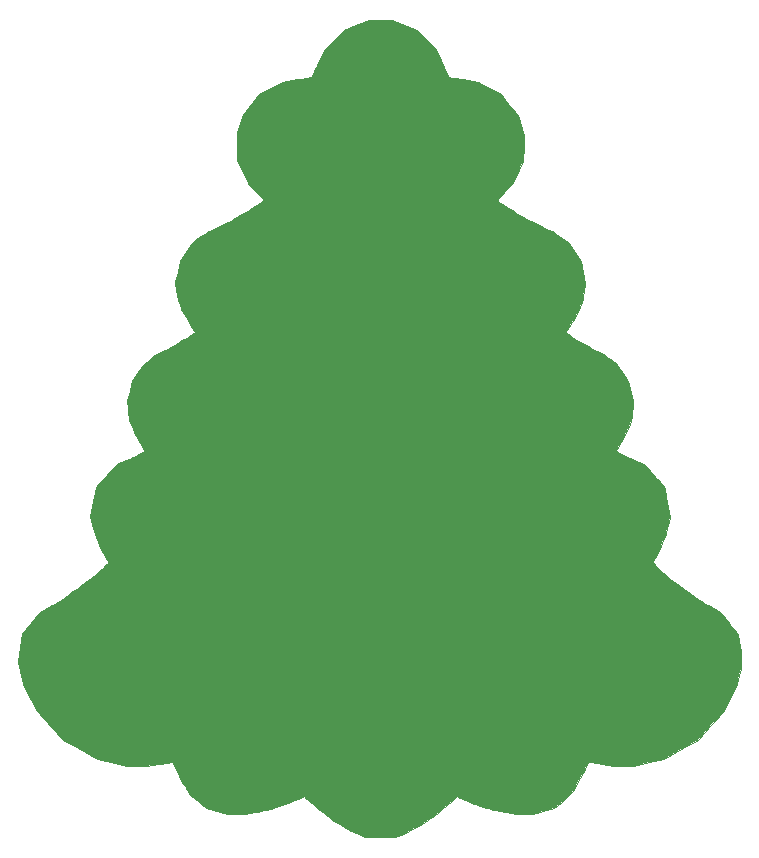
<source format=gbs>
G04 #@! TF.GenerationSoftware,KiCad,Pcbnew,(5.1.6)-1*
G04 #@! TF.CreationDate,2020-12-04T21:52:10+01:00*
G04 #@! TF.ProjectId,case_julgran,63617365-5f6a-4756-9c67-72616e2e6b69,rev?*
G04 #@! TF.SameCoordinates,Original*
G04 #@! TF.FileFunction,Soldermask,Bot*
G04 #@! TF.FilePolarity,Negative*
%FSLAX46Y46*%
G04 Gerber Fmt 4.6, Leading zero omitted, Abs format (unit mm)*
G04 Created by KiCad (PCBNEW (5.1.6)-1) date 2020-12-04 21:52:10*
%MOMM*%
%LPD*%
G01*
G04 APERTURE LIST*
%ADD10C,0.010000*%
G04 APERTURE END LIST*
D10*
G36*
X120455905Y-44548677D02*
G01*
X119381809Y-44960000D01*
X117792659Y-46608350D01*
X117249171Y-47764175D01*
X117115805Y-48046802D01*
X116992574Y-48306037D01*
X116883758Y-48533026D01*
X116793636Y-48718919D01*
X116726486Y-48854863D01*
X116686587Y-48932005D01*
X116677842Y-48946132D01*
X116632736Y-48958404D01*
X116518372Y-48980628D01*
X116344647Y-49011135D01*
X116121455Y-49048256D01*
X115858692Y-49090323D01*
X115566251Y-49135667D01*
X115443790Y-49154256D01*
X114237580Y-49336247D01*
X113232629Y-49862581D01*
X112227678Y-50388914D01*
X110861548Y-52187588D01*
X110350000Y-53717692D01*
X110350000Y-54844877D01*
X110350001Y-55972062D01*
X110851008Y-57026031D01*
X111352016Y-58080000D01*
X111993645Y-58723081D01*
X112635274Y-59366163D01*
X112082637Y-59767770D01*
X111884607Y-59903478D01*
X111625862Y-60068169D01*
X111317540Y-60255653D01*
X110970780Y-60459739D01*
X110596720Y-60674237D01*
X110206496Y-60892955D01*
X109811247Y-61109703D01*
X109422112Y-61318289D01*
X109050227Y-61512524D01*
X108706731Y-61686216D01*
X108402761Y-61833175D01*
X108204147Y-61923563D01*
X107981168Y-62023655D01*
X107800474Y-62112244D01*
X107641433Y-62201898D01*
X107483413Y-62305186D01*
X107305783Y-62434678D01*
X107087912Y-62602942D01*
X107084147Y-62605892D01*
X106530000Y-63040160D01*
X105513870Y-64560000D01*
X105330725Y-65439862D01*
X105147580Y-66319725D01*
X105229950Y-67019862D01*
X105263080Y-67292737D01*
X105293672Y-67509193D01*
X105327188Y-67689619D01*
X105369094Y-67854405D01*
X105424854Y-68023939D01*
X105499932Y-68218610D01*
X105599793Y-68458806D01*
X105642713Y-68560000D01*
X105732481Y-68752730D01*
X105856827Y-68994144D01*
X106005557Y-69266624D01*
X106168479Y-69552552D01*
X106335400Y-69834312D01*
X106496129Y-70094287D01*
X106640471Y-70314860D01*
X106735333Y-70448495D01*
X106831777Y-70576991D01*
X106740889Y-70634867D01*
X106422320Y-70834721D01*
X106085068Y-71040919D01*
X105739899Y-71247297D01*
X105397579Y-71447690D01*
X105068874Y-71635932D01*
X104764549Y-71805858D01*
X104495370Y-71951304D01*
X104272104Y-72066103D01*
X104105515Y-72144091D01*
X104105218Y-72144217D01*
X103903133Y-72233740D01*
X103730924Y-72319329D01*
X103569028Y-72412851D01*
X103397882Y-72526176D01*
X103197923Y-72671170D01*
X103040319Y-72790243D01*
X102470637Y-73224828D01*
X101974958Y-73943876D01*
X101479278Y-74662924D01*
X101275139Y-75511462D01*
X101071001Y-76360000D01*
X101110951Y-76972768D01*
X101130788Y-77254238D01*
X101151044Y-77475150D01*
X101175082Y-77654891D01*
X101206264Y-77812847D01*
X101247952Y-77968406D01*
X101303505Y-78140956D01*
X101323748Y-78200000D01*
X101435068Y-78509133D01*
X101544742Y-78782897D01*
X101663059Y-79043030D01*
X101800305Y-79311267D01*
X101966769Y-79609345D01*
X102092669Y-79824594D01*
X102218678Y-80039229D01*
X102329423Y-80231479D01*
X102418787Y-80390425D01*
X102480652Y-80505148D01*
X102508901Y-80564727D01*
X102510000Y-80569513D01*
X102474847Y-80612214D01*
X102375768Y-80681510D01*
X102222334Y-80772402D01*
X102024118Y-80879892D01*
X101790690Y-80998981D01*
X101531624Y-81124671D01*
X101256489Y-81251964D01*
X100974859Y-81375861D01*
X100926252Y-81396554D01*
X100162503Y-81720000D01*
X99306252Y-82653695D01*
X99095188Y-82884933D01*
X98901237Y-83099501D01*
X98731164Y-83289749D01*
X98591733Y-83448032D01*
X98489711Y-83566701D01*
X98431862Y-83638109D01*
X98421619Y-83653695D01*
X98407592Y-83708353D01*
X98381370Y-83831603D01*
X98344939Y-84013303D01*
X98300281Y-84243311D01*
X98249382Y-84511486D01*
X98194225Y-84807687D01*
X98168978Y-84945048D01*
X97944718Y-86170097D01*
X98009679Y-86485048D01*
X98112767Y-86914196D01*
X98250533Y-87381326D01*
X98415396Y-87866432D01*
X98599777Y-88349506D01*
X98796095Y-88810545D01*
X98996770Y-89229540D01*
X99168456Y-89543371D01*
X99266326Y-89712768D01*
X99346010Y-89857438D01*
X99400200Y-89963596D01*
X99421587Y-90017459D01*
X99421420Y-90020462D01*
X99391238Y-90057097D01*
X99314164Y-90141553D01*
X99199103Y-90264326D01*
X99054964Y-90415913D01*
X98890653Y-90586809D01*
X98890000Y-90587484D01*
X98752979Y-90727943D01*
X98628082Y-90851906D01*
X98506562Y-90966450D01*
X98379668Y-91078656D01*
X98238651Y-91195602D01*
X98074761Y-91324369D01*
X97879249Y-91472034D01*
X97643366Y-91645678D01*
X97358361Y-91852379D01*
X97070000Y-92060036D01*
X96771640Y-92274686D01*
X96481924Y-92483440D01*
X96210002Y-92679684D01*
X95965023Y-92856800D01*
X95756138Y-93008173D01*
X95592496Y-93127185D01*
X95483247Y-93207222D01*
X95471510Y-93215906D01*
X95341906Y-93304859D01*
X95158258Y-93421110D01*
X94937260Y-93554590D01*
X94695605Y-93695232D01*
X94449988Y-93832968D01*
X94431510Y-93843099D01*
X93690000Y-94248930D01*
X92935877Y-95199336D01*
X92181754Y-96149741D01*
X91826166Y-98503977D01*
X92263024Y-100326585D01*
X92847736Y-101495473D01*
X93432449Y-102664362D01*
X95630609Y-105080000D01*
X97051001Y-105874150D01*
X98471393Y-106668301D01*
X99700697Y-106964545D01*
X100930000Y-107260788D01*
X101810000Y-107285121D01*
X102690000Y-107309453D01*
X103731115Y-107124726D01*
X104011458Y-107075312D01*
X104267051Y-107030886D01*
X104486970Y-106993295D01*
X104660290Y-106964388D01*
X104776086Y-106946015D01*
X104822760Y-106940000D01*
X104853995Y-106974501D01*
X104913630Y-107071172D01*
X104996072Y-107219763D01*
X105095728Y-107410024D01*
X105207006Y-107631705D01*
X105264711Y-107750000D01*
X105443228Y-108106207D01*
X105634149Y-108463950D01*
X105824261Y-108799318D01*
X106000348Y-109088400D01*
X106028515Y-109132108D01*
X106400896Y-109704217D01*
X107082812Y-110261236D01*
X107764728Y-110818256D01*
X109485860Y-111391938D01*
X110267930Y-111368683D01*
X110515678Y-111360380D01*
X110726211Y-111350288D01*
X110916278Y-111336374D01*
X111102631Y-111316605D01*
X111302017Y-111288948D01*
X111531187Y-111251371D01*
X111806891Y-111201840D01*
X112110000Y-111145107D01*
X112405957Y-111088797D01*
X112651708Y-111040332D01*
X112861963Y-110995604D01*
X113051428Y-110950507D01*
X113234812Y-110900933D01*
X113426824Y-110842775D01*
X113642170Y-110771927D01*
X113895560Y-110684281D01*
X114201700Y-110575730D01*
X114390000Y-110508451D01*
X114697044Y-110397095D01*
X114989083Y-110288280D01*
X115255061Y-110186346D01*
X115483921Y-110095633D01*
X115664603Y-110020483D01*
X115786052Y-109965234D01*
X115819826Y-109947199D01*
X116029651Y-109822281D01*
X116096929Y-109924960D01*
X116143541Y-109975495D01*
X116243696Y-110069979D01*
X116389351Y-110201299D01*
X116572463Y-110362342D01*
X116784991Y-110545996D01*
X117018891Y-110745147D01*
X117133651Y-110841853D01*
X117433378Y-111092048D01*
X117686850Y-111299400D01*
X117907763Y-111474037D01*
X118109815Y-111626086D01*
X118306702Y-111765674D01*
X118512121Y-111902927D01*
X118739768Y-112047974D01*
X118896548Y-112145314D01*
X119445170Y-112468525D01*
X119999937Y-112767031D01*
X120450000Y-112987193D01*
X121210000Y-113339825D01*
X122490000Y-113338295D01*
X123770000Y-113336766D01*
X123979118Y-113240000D01*
X121270000Y-113240000D01*
X121250000Y-113260000D01*
X121230000Y-113240000D01*
X121250000Y-113220000D01*
X121270000Y-113240000D01*
X123979118Y-113240000D01*
X124493552Y-113001954D01*
X124908440Y-112798925D01*
X125357952Y-112559217D01*
X125815272Y-112297392D01*
X126035613Y-112164498D01*
X126295562Y-112003003D01*
X126521093Y-111857764D01*
X126726756Y-111718110D01*
X126927103Y-111573371D01*
X127136684Y-111412876D01*
X127370052Y-111225953D01*
X127641757Y-111001932D01*
X127792062Y-110876419D01*
X128031714Y-110674588D01*
X128255914Y-110483606D01*
X128456002Y-110311014D01*
X128623322Y-110164356D01*
X128749217Y-110051174D01*
X128825030Y-109979012D01*
X128837577Y-109965492D01*
X128945153Y-109840000D01*
X129189775Y-109972786D01*
X129289082Y-110019532D01*
X129452322Y-110087882D01*
X129667811Y-110173316D01*
X129923866Y-110271319D01*
X130208803Y-110377374D01*
X130510940Y-110486962D01*
X130622199Y-110526597D01*
X130960791Y-110646172D01*
X131239466Y-110742841D01*
X131473552Y-110820859D01*
X131678379Y-110884482D01*
X131869277Y-110937967D01*
X132061575Y-110985569D01*
X132270603Y-111031545D01*
X132511691Y-111080150D01*
X132800168Y-111135641D01*
X132850000Y-111145111D01*
X133181286Y-111207246D01*
X133451246Y-111255425D01*
X133676928Y-111291737D01*
X133875380Y-111318273D01*
X134063651Y-111337125D01*
X134258788Y-111350384D01*
X134477840Y-111360139D01*
X134650000Y-111365864D01*
X135410000Y-111389129D01*
X136284494Y-111121867D01*
X137158987Y-110854606D01*
X137844494Y-110296048D01*
X138142845Y-110047724D01*
X138377738Y-109840403D01*
X138552477Y-109671012D01*
X138670365Y-109536477D01*
X138690769Y-109508745D01*
X138944477Y-109132490D01*
X139179115Y-108750223D01*
X139407139Y-108340322D01*
X139641004Y-107881162D01*
X139709627Y-107740000D01*
X139820328Y-107510517D01*
X139919057Y-107306407D01*
X140000649Y-107138303D01*
X140059937Y-107016841D01*
X140091753Y-106952657D01*
X140095611Y-106945431D01*
X140136064Y-106948182D01*
X140245159Y-106963232D01*
X140412754Y-106988975D01*
X140628709Y-107023806D01*
X140882883Y-107066117D01*
X141165136Y-107114305D01*
X141197902Y-107119971D01*
X142290000Y-107309080D01*
X144010000Y-107263818D01*
X145256726Y-106964556D01*
X146503451Y-106665293D01*
X147925018Y-105868366D01*
X149346586Y-105071438D01*
X150432269Y-103877505D01*
X151517951Y-102683572D01*
X152100183Y-101521786D01*
X152682414Y-100360000D01*
X152875191Y-99600000D01*
X152948164Y-99302444D01*
X153003764Y-99044669D01*
X153042301Y-98812001D01*
X153064082Y-98589772D01*
X153069417Y-98363311D01*
X153058613Y-98117946D01*
X153031980Y-97839008D01*
X152989824Y-97511825D01*
X152932456Y-97121729D01*
X152927918Y-97091946D01*
X152882246Y-96795297D01*
X152845445Y-96566614D01*
X152814755Y-96394714D01*
X152787418Y-96268413D01*
X152760674Y-96176526D01*
X152731765Y-96107871D01*
X152697932Y-96051263D01*
X152657918Y-95997438D01*
X152597414Y-95920333D01*
X152495966Y-95791298D01*
X152362150Y-95621230D01*
X152204543Y-95421027D01*
X152031722Y-95201589D01*
X151910242Y-95047390D01*
X151290483Y-94260822D01*
X150561711Y-93864007D01*
X150377256Y-93761874D01*
X150199376Y-93659251D01*
X150019863Y-93550657D01*
X149830510Y-93430611D01*
X149623108Y-93293632D01*
X149389449Y-93134239D01*
X149121327Y-92946952D01*
X148810531Y-92726288D01*
X148448856Y-92466768D01*
X148194772Y-92283448D01*
X147822383Y-92014084D01*
X147507948Y-91785692D01*
X147244406Y-91592630D01*
X147024695Y-91429254D01*
X146841754Y-91289924D01*
X146688521Y-91168996D01*
X146557934Y-91060828D01*
X146442932Y-90959779D01*
X146336452Y-90860205D01*
X146231433Y-90756465D01*
X146120814Y-90642916D01*
X146053303Y-90572434D01*
X145892789Y-90402187D01*
X145753436Y-90250394D01*
X145644020Y-90126943D01*
X145573318Y-90041723D01*
X145550000Y-90005336D01*
X145569361Y-89957206D01*
X145622093Y-89855468D01*
X145700173Y-89714975D01*
X145795578Y-89550577D01*
X145796875Y-89548384D01*
X146019965Y-89135827D01*
X146239212Y-88662734D01*
X146446888Y-88148472D01*
X146635265Y-87612409D01*
X146796617Y-87073914D01*
X146821954Y-86979133D01*
X147026505Y-86198984D01*
X146790131Y-84924070D01*
X146718102Y-84541195D01*
X146657314Y-84231172D01*
X146606361Y-83987856D01*
X146563836Y-83805105D01*
X146528332Y-83676776D01*
X146498443Y-83596726D01*
X146478776Y-83564577D01*
X146433394Y-83514185D01*
X146341559Y-83412857D01*
X146210714Y-83268778D01*
X146048297Y-83090135D01*
X145861750Y-82885116D01*
X145658513Y-82661906D01*
X145597988Y-82595462D01*
X144792182Y-81710925D01*
X144154250Y-81445462D01*
X143944168Y-81358667D01*
X143760006Y-81283770D01*
X143614321Y-81225780D01*
X143519670Y-81189709D01*
X143489040Y-81180000D01*
X143449234Y-81161688D01*
X143354926Y-81112327D01*
X143221235Y-81040278D01*
X143063280Y-80953899D01*
X142896179Y-80861552D01*
X142735050Y-80771595D01*
X142595011Y-80692391D01*
X142491181Y-80632298D01*
X142438678Y-80599677D01*
X142436492Y-80597960D01*
X142451977Y-80561772D01*
X142502888Y-80467039D01*
X142583520Y-80323837D01*
X142688169Y-80142238D01*
X142811131Y-79932316D01*
X142864116Y-79842757D01*
X143059515Y-79505411D01*
X143216867Y-79214352D01*
X143345361Y-78951298D01*
X143454184Y-78697970D01*
X143503955Y-78569599D01*
X143600578Y-78310096D01*
X143673198Y-78105034D01*
X143726301Y-77934099D01*
X143764373Y-77776978D01*
X143791900Y-77613356D01*
X143813367Y-77422919D01*
X143833261Y-77185354D01*
X143845469Y-77023039D01*
X143897222Y-76326079D01*
X143477866Y-74654337D01*
X143215843Y-74267168D01*
X143021341Y-73980333D01*
X142862854Y-73749757D01*
X142731634Y-73565394D01*
X142618936Y-73417197D01*
X142516013Y-73295119D01*
X142414119Y-73189115D01*
X142304508Y-73089137D01*
X142178433Y-72985139D01*
X142027148Y-72867074D01*
X141936068Y-72797134D01*
X141708064Y-72625347D01*
X141519973Y-72492504D01*
X141350686Y-72385820D01*
X141179091Y-72292511D01*
X140984077Y-72199791D01*
X140856068Y-72143052D01*
X140609563Y-72026833D01*
X140305050Y-71868374D01*
X139949806Y-71671672D01*
X139551109Y-71440725D01*
X139250000Y-71260790D01*
X138984945Y-71100436D01*
X138742444Y-70953507D01*
X138530828Y-70825066D01*
X138358427Y-70720178D01*
X138233568Y-70643908D01*
X138164582Y-70601319D01*
X138153579Y-70594184D01*
X138163029Y-70557709D01*
X138197302Y-70510245D01*
X138235746Y-70456021D01*
X138308673Y-70344800D01*
X138408891Y-70187874D01*
X138529208Y-69996534D01*
X138662431Y-69782069D01*
X138700706Y-69720000D01*
X138941464Y-69314925D01*
X139140047Y-68948279D01*
X139307603Y-68598849D01*
X139388790Y-68410609D01*
X139476190Y-68198165D01*
X139541796Y-68029043D01*
X139590740Y-67883294D01*
X139628152Y-67740970D01*
X139659162Y-67582121D01*
X139688901Y-67386799D01*
X139722498Y-67135056D01*
X139728263Y-67090609D01*
X139822911Y-66360000D01*
X139454539Y-64560000D01*
X138439495Y-63035706D01*
X137874761Y-62597853D01*
X137654984Y-62429676D01*
X137476598Y-62300362D01*
X137319393Y-62197729D01*
X137163161Y-62109599D01*
X136987692Y-62023792D01*
X136772775Y-61928126D01*
X136740014Y-61913954D01*
X136514226Y-61811079D01*
X136237223Y-61676130D01*
X135919752Y-61515039D01*
X135572561Y-61333738D01*
X135206396Y-61138159D01*
X134832004Y-60934233D01*
X134460133Y-60727892D01*
X134101530Y-60525068D01*
X133766942Y-60331693D01*
X133467116Y-60153698D01*
X133212800Y-59997015D01*
X133014740Y-59867577D01*
X132950000Y-59822101D01*
X132778321Y-59697009D01*
X132625521Y-59584465D01*
X132505549Y-59494827D01*
X132432351Y-59438458D01*
X132421571Y-59429561D01*
X132403482Y-59406736D01*
X132402513Y-59375990D01*
X132424517Y-59329902D01*
X132475346Y-59261049D01*
X132560851Y-59162009D01*
X132686885Y-59025361D01*
X132859300Y-58843682D01*
X132995820Y-58701252D01*
X133638497Y-58032061D01*
X134113472Y-57027608D01*
X134588447Y-56023156D01*
X134615406Y-54910148D01*
X134642364Y-53797140D01*
X134603320Y-53680000D01*
X134510000Y-53680000D01*
X134490000Y-53700000D01*
X134470000Y-53680000D01*
X134490000Y-53660000D01*
X134510000Y-53680000D01*
X134603320Y-53680000D01*
X134374532Y-52993596D01*
X134106701Y-52190052D01*
X133425610Y-51295026D01*
X132744520Y-50400000D01*
X130730000Y-49337928D01*
X129510000Y-49154198D01*
X129208094Y-49108594D01*
X128933027Y-49066780D01*
X128694392Y-49030236D01*
X128501784Y-49000439D01*
X128364796Y-48978871D01*
X128293022Y-48967010D01*
X128284556Y-48965234D01*
X128266710Y-48929163D01*
X128220650Y-48832459D01*
X128151982Y-48686990D01*
X128066312Y-48504623D01*
X127989235Y-48340000D01*
X127865175Y-48074778D01*
X127726100Y-47777658D01*
X127586884Y-47480406D01*
X127462401Y-47214785D01*
X127431594Y-47149087D01*
X127163828Y-46578175D01*
X126366914Y-45772064D01*
X125570000Y-44965952D01*
X123462868Y-44140000D01*
X122496434Y-44138677D01*
X121530000Y-44137355D01*
X120455905Y-44548677D01*
G37*
X120455905Y-44548677D02*
X119381809Y-44960000D01*
X117792659Y-46608350D01*
X117249171Y-47764175D01*
X117115805Y-48046802D01*
X116992574Y-48306037D01*
X116883758Y-48533026D01*
X116793636Y-48718919D01*
X116726486Y-48854863D01*
X116686587Y-48932005D01*
X116677842Y-48946132D01*
X116632736Y-48958404D01*
X116518372Y-48980628D01*
X116344647Y-49011135D01*
X116121455Y-49048256D01*
X115858692Y-49090323D01*
X115566251Y-49135667D01*
X115443790Y-49154256D01*
X114237580Y-49336247D01*
X113232629Y-49862581D01*
X112227678Y-50388914D01*
X110861548Y-52187588D01*
X110350000Y-53717692D01*
X110350000Y-54844877D01*
X110350001Y-55972062D01*
X110851008Y-57026031D01*
X111352016Y-58080000D01*
X111993645Y-58723081D01*
X112635274Y-59366163D01*
X112082637Y-59767770D01*
X111884607Y-59903478D01*
X111625862Y-60068169D01*
X111317540Y-60255653D01*
X110970780Y-60459739D01*
X110596720Y-60674237D01*
X110206496Y-60892955D01*
X109811247Y-61109703D01*
X109422112Y-61318289D01*
X109050227Y-61512524D01*
X108706731Y-61686216D01*
X108402761Y-61833175D01*
X108204147Y-61923563D01*
X107981168Y-62023655D01*
X107800474Y-62112244D01*
X107641433Y-62201898D01*
X107483413Y-62305186D01*
X107305783Y-62434678D01*
X107087912Y-62602942D01*
X107084147Y-62605892D01*
X106530000Y-63040160D01*
X105513870Y-64560000D01*
X105330725Y-65439862D01*
X105147580Y-66319725D01*
X105229950Y-67019862D01*
X105263080Y-67292737D01*
X105293672Y-67509193D01*
X105327188Y-67689619D01*
X105369094Y-67854405D01*
X105424854Y-68023939D01*
X105499932Y-68218610D01*
X105599793Y-68458806D01*
X105642713Y-68560000D01*
X105732481Y-68752730D01*
X105856827Y-68994144D01*
X106005557Y-69266624D01*
X106168479Y-69552552D01*
X106335400Y-69834312D01*
X106496129Y-70094287D01*
X106640471Y-70314860D01*
X106735333Y-70448495D01*
X106831777Y-70576991D01*
X106740889Y-70634867D01*
X106422320Y-70834721D01*
X106085068Y-71040919D01*
X105739899Y-71247297D01*
X105397579Y-71447690D01*
X105068874Y-71635932D01*
X104764549Y-71805858D01*
X104495370Y-71951304D01*
X104272104Y-72066103D01*
X104105515Y-72144091D01*
X104105218Y-72144217D01*
X103903133Y-72233740D01*
X103730924Y-72319329D01*
X103569028Y-72412851D01*
X103397882Y-72526176D01*
X103197923Y-72671170D01*
X103040319Y-72790243D01*
X102470637Y-73224828D01*
X101974958Y-73943876D01*
X101479278Y-74662924D01*
X101275139Y-75511462D01*
X101071001Y-76360000D01*
X101110951Y-76972768D01*
X101130788Y-77254238D01*
X101151044Y-77475150D01*
X101175082Y-77654891D01*
X101206264Y-77812847D01*
X101247952Y-77968406D01*
X101303505Y-78140956D01*
X101323748Y-78200000D01*
X101435068Y-78509133D01*
X101544742Y-78782897D01*
X101663059Y-79043030D01*
X101800305Y-79311267D01*
X101966769Y-79609345D01*
X102092669Y-79824594D01*
X102218678Y-80039229D01*
X102329423Y-80231479D01*
X102418787Y-80390425D01*
X102480652Y-80505148D01*
X102508901Y-80564727D01*
X102510000Y-80569513D01*
X102474847Y-80612214D01*
X102375768Y-80681510D01*
X102222334Y-80772402D01*
X102024118Y-80879892D01*
X101790690Y-80998981D01*
X101531624Y-81124671D01*
X101256489Y-81251964D01*
X100974859Y-81375861D01*
X100926252Y-81396554D01*
X100162503Y-81720000D01*
X99306252Y-82653695D01*
X99095188Y-82884933D01*
X98901237Y-83099501D01*
X98731164Y-83289749D01*
X98591733Y-83448032D01*
X98489711Y-83566701D01*
X98431862Y-83638109D01*
X98421619Y-83653695D01*
X98407592Y-83708353D01*
X98381370Y-83831603D01*
X98344939Y-84013303D01*
X98300281Y-84243311D01*
X98249382Y-84511486D01*
X98194225Y-84807687D01*
X98168978Y-84945048D01*
X97944718Y-86170097D01*
X98009679Y-86485048D01*
X98112767Y-86914196D01*
X98250533Y-87381326D01*
X98415396Y-87866432D01*
X98599777Y-88349506D01*
X98796095Y-88810545D01*
X98996770Y-89229540D01*
X99168456Y-89543371D01*
X99266326Y-89712768D01*
X99346010Y-89857438D01*
X99400200Y-89963596D01*
X99421587Y-90017459D01*
X99421420Y-90020462D01*
X99391238Y-90057097D01*
X99314164Y-90141553D01*
X99199103Y-90264326D01*
X99054964Y-90415913D01*
X98890653Y-90586809D01*
X98890000Y-90587484D01*
X98752979Y-90727943D01*
X98628082Y-90851906D01*
X98506562Y-90966450D01*
X98379668Y-91078656D01*
X98238651Y-91195602D01*
X98074761Y-91324369D01*
X97879249Y-91472034D01*
X97643366Y-91645678D01*
X97358361Y-91852379D01*
X97070000Y-92060036D01*
X96771640Y-92274686D01*
X96481924Y-92483440D01*
X96210002Y-92679684D01*
X95965023Y-92856800D01*
X95756138Y-93008173D01*
X95592496Y-93127185D01*
X95483247Y-93207222D01*
X95471510Y-93215906D01*
X95341906Y-93304859D01*
X95158258Y-93421110D01*
X94937260Y-93554590D01*
X94695605Y-93695232D01*
X94449988Y-93832968D01*
X94431510Y-93843099D01*
X93690000Y-94248930D01*
X92935877Y-95199336D01*
X92181754Y-96149741D01*
X91826166Y-98503977D01*
X92263024Y-100326585D01*
X92847736Y-101495473D01*
X93432449Y-102664362D01*
X95630609Y-105080000D01*
X97051001Y-105874150D01*
X98471393Y-106668301D01*
X99700697Y-106964545D01*
X100930000Y-107260788D01*
X101810000Y-107285121D01*
X102690000Y-107309453D01*
X103731115Y-107124726D01*
X104011458Y-107075312D01*
X104267051Y-107030886D01*
X104486970Y-106993295D01*
X104660290Y-106964388D01*
X104776086Y-106946015D01*
X104822760Y-106940000D01*
X104853995Y-106974501D01*
X104913630Y-107071172D01*
X104996072Y-107219763D01*
X105095728Y-107410024D01*
X105207006Y-107631705D01*
X105264711Y-107750000D01*
X105443228Y-108106207D01*
X105634149Y-108463950D01*
X105824261Y-108799318D01*
X106000348Y-109088400D01*
X106028515Y-109132108D01*
X106400896Y-109704217D01*
X107082812Y-110261236D01*
X107764728Y-110818256D01*
X109485860Y-111391938D01*
X110267930Y-111368683D01*
X110515678Y-111360380D01*
X110726211Y-111350288D01*
X110916278Y-111336374D01*
X111102631Y-111316605D01*
X111302017Y-111288948D01*
X111531187Y-111251371D01*
X111806891Y-111201840D01*
X112110000Y-111145107D01*
X112405957Y-111088797D01*
X112651708Y-111040332D01*
X112861963Y-110995604D01*
X113051428Y-110950507D01*
X113234812Y-110900933D01*
X113426824Y-110842775D01*
X113642170Y-110771927D01*
X113895560Y-110684281D01*
X114201700Y-110575730D01*
X114390000Y-110508451D01*
X114697044Y-110397095D01*
X114989083Y-110288280D01*
X115255061Y-110186346D01*
X115483921Y-110095633D01*
X115664603Y-110020483D01*
X115786052Y-109965234D01*
X115819826Y-109947199D01*
X116029651Y-109822281D01*
X116096929Y-109924960D01*
X116143541Y-109975495D01*
X116243696Y-110069979D01*
X116389351Y-110201299D01*
X116572463Y-110362342D01*
X116784991Y-110545996D01*
X117018891Y-110745147D01*
X117133651Y-110841853D01*
X117433378Y-111092048D01*
X117686850Y-111299400D01*
X117907763Y-111474037D01*
X118109815Y-111626086D01*
X118306702Y-111765674D01*
X118512121Y-111902927D01*
X118739768Y-112047974D01*
X118896548Y-112145314D01*
X119445170Y-112468525D01*
X119999937Y-112767031D01*
X120450000Y-112987193D01*
X121210000Y-113339825D01*
X122490000Y-113338295D01*
X123770000Y-113336766D01*
X123979118Y-113240000D01*
X121270000Y-113240000D01*
X121250000Y-113260000D01*
X121230000Y-113240000D01*
X121250000Y-113220000D01*
X121270000Y-113240000D01*
X123979118Y-113240000D01*
X124493552Y-113001954D01*
X124908440Y-112798925D01*
X125357952Y-112559217D01*
X125815272Y-112297392D01*
X126035613Y-112164498D01*
X126295562Y-112003003D01*
X126521093Y-111857764D01*
X126726756Y-111718110D01*
X126927103Y-111573371D01*
X127136684Y-111412876D01*
X127370052Y-111225953D01*
X127641757Y-111001932D01*
X127792062Y-110876419D01*
X128031714Y-110674588D01*
X128255914Y-110483606D01*
X128456002Y-110311014D01*
X128623322Y-110164356D01*
X128749217Y-110051174D01*
X128825030Y-109979012D01*
X128837577Y-109965492D01*
X128945153Y-109840000D01*
X129189775Y-109972786D01*
X129289082Y-110019532D01*
X129452322Y-110087882D01*
X129667811Y-110173316D01*
X129923866Y-110271319D01*
X130208803Y-110377374D01*
X130510940Y-110486962D01*
X130622199Y-110526597D01*
X130960791Y-110646172D01*
X131239466Y-110742841D01*
X131473552Y-110820859D01*
X131678379Y-110884482D01*
X131869277Y-110937967D01*
X132061575Y-110985569D01*
X132270603Y-111031545D01*
X132511691Y-111080150D01*
X132800168Y-111135641D01*
X132850000Y-111145111D01*
X133181286Y-111207246D01*
X133451246Y-111255425D01*
X133676928Y-111291737D01*
X133875380Y-111318273D01*
X134063651Y-111337125D01*
X134258788Y-111350384D01*
X134477840Y-111360139D01*
X134650000Y-111365864D01*
X135410000Y-111389129D01*
X136284494Y-111121867D01*
X137158987Y-110854606D01*
X137844494Y-110296048D01*
X138142845Y-110047724D01*
X138377738Y-109840403D01*
X138552477Y-109671012D01*
X138670365Y-109536477D01*
X138690769Y-109508745D01*
X138944477Y-109132490D01*
X139179115Y-108750223D01*
X139407139Y-108340322D01*
X139641004Y-107881162D01*
X139709627Y-107740000D01*
X139820328Y-107510517D01*
X139919057Y-107306407D01*
X140000649Y-107138303D01*
X140059937Y-107016841D01*
X140091753Y-106952657D01*
X140095611Y-106945431D01*
X140136064Y-106948182D01*
X140245159Y-106963232D01*
X140412754Y-106988975D01*
X140628709Y-107023806D01*
X140882883Y-107066117D01*
X141165136Y-107114305D01*
X141197902Y-107119971D01*
X142290000Y-107309080D01*
X144010000Y-107263818D01*
X145256726Y-106964556D01*
X146503451Y-106665293D01*
X147925018Y-105868366D01*
X149346586Y-105071438D01*
X150432269Y-103877505D01*
X151517951Y-102683572D01*
X152100183Y-101521786D01*
X152682414Y-100360000D01*
X152875191Y-99600000D01*
X152948164Y-99302444D01*
X153003764Y-99044669D01*
X153042301Y-98812001D01*
X153064082Y-98589772D01*
X153069417Y-98363311D01*
X153058613Y-98117946D01*
X153031980Y-97839008D01*
X152989824Y-97511825D01*
X152932456Y-97121729D01*
X152927918Y-97091946D01*
X152882246Y-96795297D01*
X152845445Y-96566614D01*
X152814755Y-96394714D01*
X152787418Y-96268413D01*
X152760674Y-96176526D01*
X152731765Y-96107871D01*
X152697932Y-96051263D01*
X152657918Y-95997438D01*
X152597414Y-95920333D01*
X152495966Y-95791298D01*
X152362150Y-95621230D01*
X152204543Y-95421027D01*
X152031722Y-95201589D01*
X151910242Y-95047390D01*
X151290483Y-94260822D01*
X150561711Y-93864007D01*
X150377256Y-93761874D01*
X150199376Y-93659251D01*
X150019863Y-93550657D01*
X149830510Y-93430611D01*
X149623108Y-93293632D01*
X149389449Y-93134239D01*
X149121327Y-92946952D01*
X148810531Y-92726288D01*
X148448856Y-92466768D01*
X148194772Y-92283448D01*
X147822383Y-92014084D01*
X147507948Y-91785692D01*
X147244406Y-91592630D01*
X147024695Y-91429254D01*
X146841754Y-91289924D01*
X146688521Y-91168996D01*
X146557934Y-91060828D01*
X146442932Y-90959779D01*
X146336452Y-90860205D01*
X146231433Y-90756465D01*
X146120814Y-90642916D01*
X146053303Y-90572434D01*
X145892789Y-90402187D01*
X145753436Y-90250394D01*
X145644020Y-90126943D01*
X145573318Y-90041723D01*
X145550000Y-90005336D01*
X145569361Y-89957206D01*
X145622093Y-89855468D01*
X145700173Y-89714975D01*
X145795578Y-89550577D01*
X145796875Y-89548384D01*
X146019965Y-89135827D01*
X146239212Y-88662734D01*
X146446888Y-88148472D01*
X146635265Y-87612409D01*
X146796617Y-87073914D01*
X146821954Y-86979133D01*
X147026505Y-86198984D01*
X146790131Y-84924070D01*
X146718102Y-84541195D01*
X146657314Y-84231172D01*
X146606361Y-83987856D01*
X146563836Y-83805105D01*
X146528332Y-83676776D01*
X146498443Y-83596726D01*
X146478776Y-83564577D01*
X146433394Y-83514185D01*
X146341559Y-83412857D01*
X146210714Y-83268778D01*
X146048297Y-83090135D01*
X145861750Y-82885116D01*
X145658513Y-82661906D01*
X145597988Y-82595462D01*
X144792182Y-81710925D01*
X144154250Y-81445462D01*
X143944168Y-81358667D01*
X143760006Y-81283770D01*
X143614321Y-81225780D01*
X143519670Y-81189709D01*
X143489040Y-81180000D01*
X143449234Y-81161688D01*
X143354926Y-81112327D01*
X143221235Y-81040278D01*
X143063280Y-80953899D01*
X142896179Y-80861552D01*
X142735050Y-80771595D01*
X142595011Y-80692391D01*
X142491181Y-80632298D01*
X142438678Y-80599677D01*
X142436492Y-80597960D01*
X142451977Y-80561772D01*
X142502888Y-80467039D01*
X142583520Y-80323837D01*
X142688169Y-80142238D01*
X142811131Y-79932316D01*
X142864116Y-79842757D01*
X143059515Y-79505411D01*
X143216867Y-79214352D01*
X143345361Y-78951298D01*
X143454184Y-78697970D01*
X143503955Y-78569599D01*
X143600578Y-78310096D01*
X143673198Y-78105034D01*
X143726301Y-77934099D01*
X143764373Y-77776978D01*
X143791900Y-77613356D01*
X143813367Y-77422919D01*
X143833261Y-77185354D01*
X143845469Y-77023039D01*
X143897222Y-76326079D01*
X143477866Y-74654337D01*
X143215843Y-74267168D01*
X143021341Y-73980333D01*
X142862854Y-73749757D01*
X142731634Y-73565394D01*
X142618936Y-73417197D01*
X142516013Y-73295119D01*
X142414119Y-73189115D01*
X142304508Y-73089137D01*
X142178433Y-72985139D01*
X142027148Y-72867074D01*
X141936068Y-72797134D01*
X141708064Y-72625347D01*
X141519973Y-72492504D01*
X141350686Y-72385820D01*
X141179091Y-72292511D01*
X140984077Y-72199791D01*
X140856068Y-72143052D01*
X140609563Y-72026833D01*
X140305050Y-71868374D01*
X139949806Y-71671672D01*
X139551109Y-71440725D01*
X139250000Y-71260790D01*
X138984945Y-71100436D01*
X138742444Y-70953507D01*
X138530828Y-70825066D01*
X138358427Y-70720178D01*
X138233568Y-70643908D01*
X138164582Y-70601319D01*
X138153579Y-70594184D01*
X138163029Y-70557709D01*
X138197302Y-70510245D01*
X138235746Y-70456021D01*
X138308673Y-70344800D01*
X138408891Y-70187874D01*
X138529208Y-69996534D01*
X138662431Y-69782069D01*
X138700706Y-69720000D01*
X138941464Y-69314925D01*
X139140047Y-68948279D01*
X139307603Y-68598849D01*
X139388790Y-68410609D01*
X139476190Y-68198165D01*
X139541796Y-68029043D01*
X139590740Y-67883294D01*
X139628152Y-67740970D01*
X139659162Y-67582121D01*
X139688901Y-67386799D01*
X139722498Y-67135056D01*
X139728263Y-67090609D01*
X139822911Y-66360000D01*
X139454539Y-64560000D01*
X138439495Y-63035706D01*
X137874761Y-62597853D01*
X137654984Y-62429676D01*
X137476598Y-62300362D01*
X137319393Y-62197729D01*
X137163161Y-62109599D01*
X136987692Y-62023792D01*
X136772775Y-61928126D01*
X136740014Y-61913954D01*
X136514226Y-61811079D01*
X136237223Y-61676130D01*
X135919752Y-61515039D01*
X135572561Y-61333738D01*
X135206396Y-61138159D01*
X134832004Y-60934233D01*
X134460133Y-60727892D01*
X134101530Y-60525068D01*
X133766942Y-60331693D01*
X133467116Y-60153698D01*
X133212800Y-59997015D01*
X133014740Y-59867577D01*
X132950000Y-59822101D01*
X132778321Y-59697009D01*
X132625521Y-59584465D01*
X132505549Y-59494827D01*
X132432351Y-59438458D01*
X132421571Y-59429561D01*
X132403482Y-59406736D01*
X132402513Y-59375990D01*
X132424517Y-59329902D01*
X132475346Y-59261049D01*
X132560851Y-59162009D01*
X132686885Y-59025361D01*
X132859300Y-58843682D01*
X132995820Y-58701252D01*
X133638497Y-58032061D01*
X134113472Y-57027608D01*
X134588447Y-56023156D01*
X134615406Y-54910148D01*
X134642364Y-53797140D01*
X134603320Y-53680000D01*
X134510000Y-53680000D01*
X134490000Y-53700000D01*
X134470000Y-53680000D01*
X134490000Y-53660000D01*
X134510000Y-53680000D01*
X134603320Y-53680000D01*
X134374532Y-52993596D01*
X134106701Y-52190052D01*
X133425610Y-51295026D01*
X132744520Y-50400000D01*
X130730000Y-49337928D01*
X129510000Y-49154198D01*
X129208094Y-49108594D01*
X128933027Y-49066780D01*
X128694392Y-49030236D01*
X128501784Y-49000439D01*
X128364796Y-48978871D01*
X128293022Y-48967010D01*
X128284556Y-48965234D01*
X128266710Y-48929163D01*
X128220650Y-48832459D01*
X128151982Y-48686990D01*
X128066312Y-48504623D01*
X127989235Y-48340000D01*
X127865175Y-48074778D01*
X127726100Y-47777658D01*
X127586884Y-47480406D01*
X127462401Y-47214785D01*
X127431594Y-47149087D01*
X127163828Y-46578175D01*
X126366914Y-45772064D01*
X125570000Y-44965952D01*
X123462868Y-44140000D01*
X122496434Y-44138677D01*
X121530000Y-44137355D01*
X120455905Y-44548677D01*
M02*

</source>
